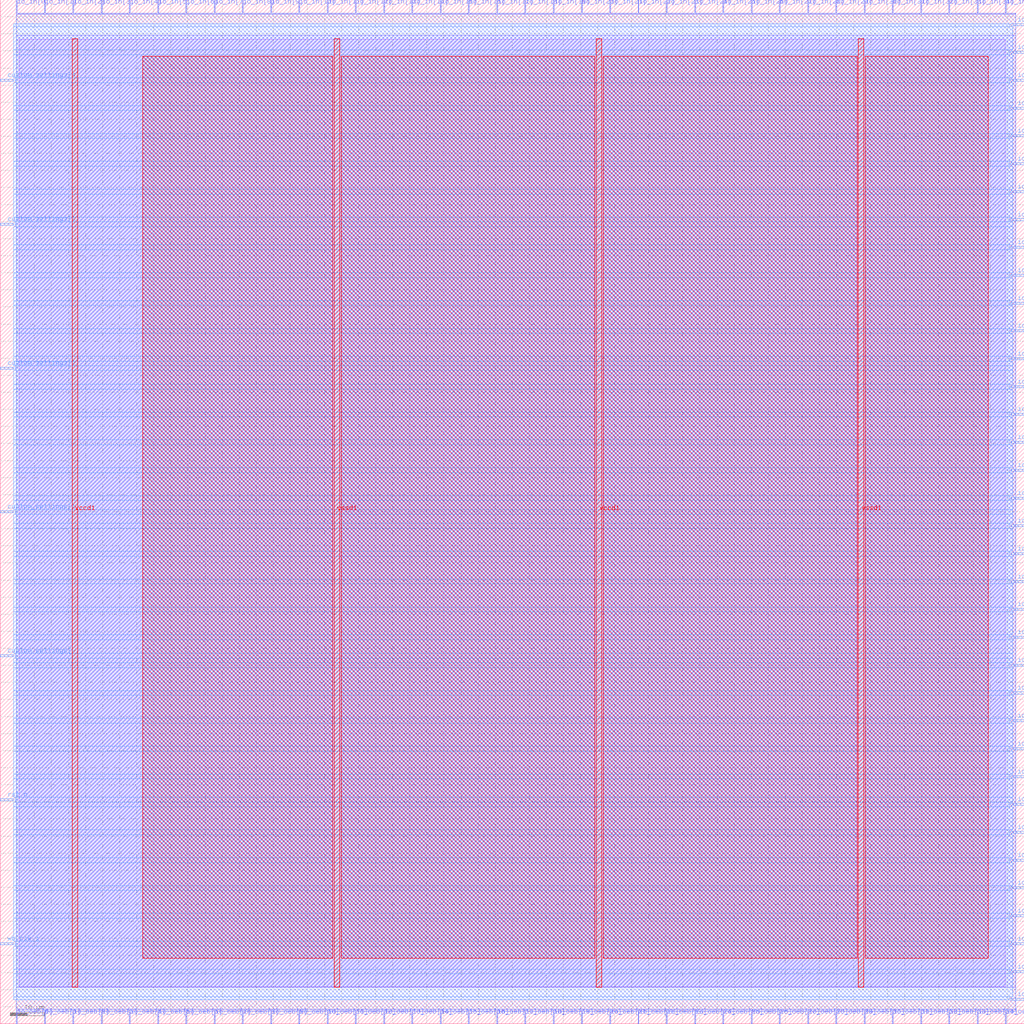
<source format=lef>
VERSION 5.7 ;
  NOWIREEXTENSIONATPIN ON ;
  DIVIDERCHAR "/" ;
  BUSBITCHARS "[]" ;
MACRO ci2406_z80
  CLASS BLOCK ;
  FOREIGN ci2406_z80 ;
  ORIGIN 0.000 0.000 ;
  SIZE 300.000 BY 300.000 ;
  PIN custom_settings[0]
    DIRECTION INPUT ;
    USE SIGNAL ;
    ANTENNAGATEAREA 0.213000 ;
    PORT
      LAYER met3 ;
        RECT 0.000 107.480 4.000 108.080 ;
    END
  END custom_settings[0]
  PIN custom_settings[1]
    DIRECTION INPUT ;
    USE SIGNAL ;
    ANTENNAGATEAREA 0.196500 ;
    PORT
      LAYER met3 ;
        RECT 0.000 149.640 4.000 150.240 ;
    END
  END custom_settings[1]
  PIN custom_settings[2]
    DIRECTION INPUT ;
    USE SIGNAL ;
    ANTENNAGATEAREA 0.196500 ;
    PORT
      LAYER met3 ;
        RECT 0.000 191.800 4.000 192.400 ;
    END
  END custom_settings[2]
  PIN custom_settings[3]
    DIRECTION INPUT ;
    USE SIGNAL ;
    ANTENNAGATEAREA 0.196500 ;
    PORT
      LAYER met3 ;
        RECT 0.000 233.960 4.000 234.560 ;
    END
  END custom_settings[3]
  PIN custom_settings[4]
    DIRECTION INPUT ;
    USE SIGNAL ;
    ANTENNAGATEAREA 0.196500 ;
    PORT
      LAYER met3 ;
        RECT 0.000 276.120 4.000 276.720 ;
    END
  END custom_settings[4]
  PIN io_in[0]
    DIRECTION INPUT ;
    USE SIGNAL ;
    PORT
      LAYER met2 ;
        RECT 4.690 296.000 4.970 300.000 ;
    END
  END io_in[0]
  PIN io_in[10]
    DIRECTION INPUT ;
    USE SIGNAL ;
    PORT
      LAYER met2 ;
        RECT 87.490 296.000 87.770 300.000 ;
    END
  END io_in[10]
  PIN io_in[11]
    DIRECTION INPUT ;
    USE SIGNAL ;
    PORT
      LAYER met2 ;
        RECT 95.770 296.000 96.050 300.000 ;
    END
  END io_in[11]
  PIN io_in[12]
    DIRECTION INPUT ;
    USE SIGNAL ;
    PORT
      LAYER met2 ;
        RECT 104.050 296.000 104.330 300.000 ;
    END
  END io_in[12]
  PIN io_in[13]
    DIRECTION INPUT ;
    USE SIGNAL ;
    PORT
      LAYER met2 ;
        RECT 112.330 296.000 112.610 300.000 ;
    END
  END io_in[13]
  PIN io_in[14]
    DIRECTION INPUT ;
    USE SIGNAL ;
    PORT
      LAYER met2 ;
        RECT 120.610 296.000 120.890 300.000 ;
    END
  END io_in[14]
  PIN io_in[15]
    DIRECTION INPUT ;
    USE SIGNAL ;
    PORT
      LAYER met2 ;
        RECT 128.890 296.000 129.170 300.000 ;
    END
  END io_in[15]
  PIN io_in[16]
    DIRECTION INPUT ;
    USE SIGNAL ;
    PORT
      LAYER met2 ;
        RECT 137.170 296.000 137.450 300.000 ;
    END
  END io_in[16]
  PIN io_in[17]
    DIRECTION INPUT ;
    USE SIGNAL ;
    PORT
      LAYER met2 ;
        RECT 145.450 296.000 145.730 300.000 ;
    END
  END io_in[17]
  PIN io_in[18]
    DIRECTION INPUT ;
    USE SIGNAL ;
    PORT
      LAYER met2 ;
        RECT 153.730 296.000 154.010 300.000 ;
    END
  END io_in[18]
  PIN io_in[19]
    DIRECTION INPUT ;
    USE SIGNAL ;
    PORT
      LAYER met2 ;
        RECT 162.010 296.000 162.290 300.000 ;
    END
  END io_in[19]
  PIN io_in[1]
    DIRECTION INPUT ;
    USE SIGNAL ;
    PORT
      LAYER met2 ;
        RECT 12.970 296.000 13.250 300.000 ;
    END
  END io_in[1]
  PIN io_in[20]
    DIRECTION INPUT ;
    USE SIGNAL ;
    PORT
      LAYER met2 ;
        RECT 170.290 296.000 170.570 300.000 ;
    END
  END io_in[20]
  PIN io_in[21]
    DIRECTION INPUT ;
    USE SIGNAL ;
    PORT
      LAYER met2 ;
        RECT 178.570 296.000 178.850 300.000 ;
    END
  END io_in[21]
  PIN io_in[22]
    DIRECTION INPUT ;
    USE SIGNAL ;
    ANTENNAGATEAREA 0.126000 ;
    PORT
      LAYER met2 ;
        RECT 186.850 296.000 187.130 300.000 ;
    END
  END io_in[22]
  PIN io_in[23]
    DIRECTION INPUT ;
    USE SIGNAL ;
    ANTENNAGATEAREA 0.196500 ;
    PORT
      LAYER met2 ;
        RECT 195.130 296.000 195.410 300.000 ;
    END
  END io_in[23]
  PIN io_in[24]
    DIRECTION INPUT ;
    USE SIGNAL ;
    ANTENNAGATEAREA 0.126000 ;
    PORT
      LAYER met2 ;
        RECT 203.410 296.000 203.690 300.000 ;
    END
  END io_in[24]
  PIN io_in[25]
    DIRECTION INPUT ;
    USE SIGNAL ;
    ANTENNAGATEAREA 0.213000 ;
    PORT
      LAYER met2 ;
        RECT 211.690 296.000 211.970 300.000 ;
    END
  END io_in[25]
  PIN io_in[26]
    DIRECTION INPUT ;
    USE SIGNAL ;
    ANTENNAGATEAREA 0.213000 ;
    PORT
      LAYER met2 ;
        RECT 219.970 296.000 220.250 300.000 ;
    END
  END io_in[26]
  PIN io_in[27]
    DIRECTION INPUT ;
    USE SIGNAL ;
    ANTENNAGATEAREA 0.213000 ;
    PORT
      LAYER met2 ;
        RECT 228.250 296.000 228.530 300.000 ;
    END
  END io_in[27]
  PIN io_in[28]
    DIRECTION INPUT ;
    USE SIGNAL ;
    ANTENNAGATEAREA 0.213000 ;
    PORT
      LAYER met2 ;
        RECT 236.530 296.000 236.810 300.000 ;
    END
  END io_in[28]
  PIN io_in[29]
    DIRECTION INPUT ;
    USE SIGNAL ;
    ANTENNAGATEAREA 0.159000 ;
    PORT
      LAYER met2 ;
        RECT 244.810 296.000 245.090 300.000 ;
    END
  END io_in[29]
  PIN io_in[2]
    DIRECTION INPUT ;
    USE SIGNAL ;
    PORT
      LAYER met2 ;
        RECT 21.250 296.000 21.530 300.000 ;
    END
  END io_in[2]
  PIN io_in[30]
    DIRECTION INPUT ;
    USE SIGNAL ;
    ANTENNAGATEAREA 0.196500 ;
    PORT
      LAYER met2 ;
        RECT 253.090 296.000 253.370 300.000 ;
    END
  END io_in[30]
  PIN io_in[31]
    DIRECTION INPUT ;
    USE SIGNAL ;
    ANTENNAGATEAREA 0.196500 ;
    PORT
      LAYER met2 ;
        RECT 261.370 296.000 261.650 300.000 ;
    END
  END io_in[31]
  PIN io_in[32]
    DIRECTION INPUT ;
    USE SIGNAL ;
    PORT
      LAYER met2 ;
        RECT 269.650 296.000 269.930 300.000 ;
    END
  END io_in[32]
  PIN io_in[33]
    DIRECTION INPUT ;
    USE SIGNAL ;
    PORT
      LAYER met2 ;
        RECT 277.930 296.000 278.210 300.000 ;
    END
  END io_in[33]
  PIN io_in[34]
    DIRECTION INPUT ;
    USE SIGNAL ;
    PORT
      LAYER met2 ;
        RECT 286.210 296.000 286.490 300.000 ;
    END
  END io_in[34]
  PIN io_in[35]
    DIRECTION INPUT ;
    USE SIGNAL ;
    ANTENNAGATEAREA 0.196500 ;
    PORT
      LAYER met2 ;
        RECT 294.490 296.000 294.770 300.000 ;
    END
  END io_in[35]
  PIN io_in[3]
    DIRECTION INPUT ;
    USE SIGNAL ;
    PORT
      LAYER met2 ;
        RECT 29.530 296.000 29.810 300.000 ;
    END
  END io_in[3]
  PIN io_in[4]
    DIRECTION INPUT ;
    USE SIGNAL ;
    ANTENNAGATEAREA 0.213000 ;
    PORT
      LAYER met2 ;
        RECT 37.810 296.000 38.090 300.000 ;
    END
  END io_in[4]
  PIN io_in[5]
    DIRECTION INPUT ;
    USE SIGNAL ;
    PORT
      LAYER met2 ;
        RECT 46.090 296.000 46.370 300.000 ;
    END
  END io_in[5]
  PIN io_in[6]
    DIRECTION INPUT ;
    USE SIGNAL ;
    PORT
      LAYER met2 ;
        RECT 54.370 296.000 54.650 300.000 ;
    END
  END io_in[6]
  PIN io_in[7]
    DIRECTION INPUT ;
    USE SIGNAL ;
    PORT
      LAYER met2 ;
        RECT 62.650 296.000 62.930 300.000 ;
    END
  END io_in[7]
  PIN io_in[8]
    DIRECTION INPUT ;
    USE SIGNAL ;
    PORT
      LAYER met2 ;
        RECT 70.930 296.000 71.210 300.000 ;
    END
  END io_in[8]
  PIN io_in[9]
    DIRECTION INPUT ;
    USE SIGNAL ;
    PORT
      LAYER met2 ;
        RECT 79.210 296.000 79.490 300.000 ;
    END
  END io_in[9]
  PIN io_oeb[0]
    DIRECTION OUTPUT TRISTATE ;
    USE SIGNAL ;
    PORT
      LAYER met2 ;
        RECT 4.690 0.000 4.970 4.000 ;
    END
  END io_oeb[0]
  PIN io_oeb[10]
    DIRECTION OUTPUT TRISTATE ;
    USE SIGNAL ;
    PORT
      LAYER met2 ;
        RECT 87.490 0.000 87.770 4.000 ;
    END
  END io_oeb[10]
  PIN io_oeb[11]
    DIRECTION OUTPUT TRISTATE ;
    USE SIGNAL ;
    PORT
      LAYER met2 ;
        RECT 95.770 0.000 96.050 4.000 ;
    END
  END io_oeb[11]
  PIN io_oeb[12]
    DIRECTION OUTPUT TRISTATE ;
    USE SIGNAL ;
    PORT
      LAYER met2 ;
        RECT 104.050 0.000 104.330 4.000 ;
    END
  END io_oeb[12]
  PIN io_oeb[13]
    DIRECTION OUTPUT TRISTATE ;
    USE SIGNAL ;
    PORT
      LAYER met2 ;
        RECT 112.330 0.000 112.610 4.000 ;
    END
  END io_oeb[13]
  PIN io_oeb[14]
    DIRECTION OUTPUT TRISTATE ;
    USE SIGNAL ;
    PORT
      LAYER met2 ;
        RECT 120.610 0.000 120.890 4.000 ;
    END
  END io_oeb[14]
  PIN io_oeb[15]
    DIRECTION OUTPUT TRISTATE ;
    USE SIGNAL ;
    PORT
      LAYER met2 ;
        RECT 128.890 0.000 129.170 4.000 ;
    END
  END io_oeb[15]
  PIN io_oeb[16]
    DIRECTION OUTPUT TRISTATE ;
    USE SIGNAL ;
    PORT
      LAYER met2 ;
        RECT 137.170 0.000 137.450 4.000 ;
    END
  END io_oeb[16]
  PIN io_oeb[17]
    DIRECTION OUTPUT TRISTATE ;
    USE SIGNAL ;
    PORT
      LAYER met2 ;
        RECT 145.450 0.000 145.730 4.000 ;
    END
  END io_oeb[17]
  PIN io_oeb[18]
    DIRECTION OUTPUT TRISTATE ;
    USE SIGNAL ;
    PORT
      LAYER met2 ;
        RECT 153.730 0.000 154.010 4.000 ;
    END
  END io_oeb[18]
  PIN io_oeb[19]
    DIRECTION OUTPUT TRISTATE ;
    USE SIGNAL ;
    PORT
      LAYER met2 ;
        RECT 162.010 0.000 162.290 4.000 ;
    END
  END io_oeb[19]
  PIN io_oeb[1]
    DIRECTION OUTPUT TRISTATE ;
    USE SIGNAL ;
    PORT
      LAYER met2 ;
        RECT 12.970 0.000 13.250 4.000 ;
    END
  END io_oeb[1]
  PIN io_oeb[20]
    DIRECTION OUTPUT TRISTATE ;
    USE SIGNAL ;
    PORT
      LAYER met2 ;
        RECT 170.290 0.000 170.570 4.000 ;
    END
  END io_oeb[20]
  PIN io_oeb[21]
    DIRECTION OUTPUT TRISTATE ;
    USE SIGNAL ;
    PORT
      LAYER met2 ;
        RECT 178.570 0.000 178.850 4.000 ;
    END
  END io_oeb[21]
  PIN io_oeb[22]
    DIRECTION OUTPUT TRISTATE ;
    USE SIGNAL ;
    ANTENNADIFFAREA 2.673000 ;
    PORT
      LAYER met2 ;
        RECT 186.850 0.000 187.130 4.000 ;
    END
  END io_oeb[22]
  PIN io_oeb[23]
    DIRECTION OUTPUT TRISTATE ;
    USE SIGNAL ;
    ANTENNADIFFAREA 2.673000 ;
    PORT
      LAYER met2 ;
        RECT 195.130 0.000 195.410 4.000 ;
    END
  END io_oeb[23]
  PIN io_oeb[24]
    DIRECTION OUTPUT TRISTATE ;
    USE SIGNAL ;
    ANTENNADIFFAREA 2.673000 ;
    PORT
      LAYER met2 ;
        RECT 203.410 0.000 203.690 4.000 ;
    END
  END io_oeb[24]
  PIN io_oeb[25]
    DIRECTION OUTPUT TRISTATE ;
    USE SIGNAL ;
    ANTENNADIFFAREA 2.673000 ;
    PORT
      LAYER met2 ;
        RECT 211.690 0.000 211.970 4.000 ;
    END
  END io_oeb[25]
  PIN io_oeb[26]
    DIRECTION OUTPUT TRISTATE ;
    USE SIGNAL ;
    ANTENNADIFFAREA 2.673000 ;
    PORT
      LAYER met2 ;
        RECT 219.970 0.000 220.250 4.000 ;
    END
  END io_oeb[26]
  PIN io_oeb[27]
    DIRECTION OUTPUT TRISTATE ;
    USE SIGNAL ;
    ANTENNADIFFAREA 2.673000 ;
    PORT
      LAYER met2 ;
        RECT 228.250 0.000 228.530 4.000 ;
    END
  END io_oeb[27]
  PIN io_oeb[28]
    DIRECTION OUTPUT TRISTATE ;
    USE SIGNAL ;
    ANTENNADIFFAREA 2.673000 ;
    PORT
      LAYER met2 ;
        RECT 236.530 0.000 236.810 4.000 ;
    END
  END io_oeb[28]
  PIN io_oeb[29]
    DIRECTION OUTPUT TRISTATE ;
    USE SIGNAL ;
    ANTENNADIFFAREA 2.673000 ;
    PORT
      LAYER met2 ;
        RECT 244.810 0.000 245.090 4.000 ;
    END
  END io_oeb[29]
  PIN io_oeb[2]
    DIRECTION OUTPUT TRISTATE ;
    USE SIGNAL ;
    PORT
      LAYER met2 ;
        RECT 21.250 0.000 21.530 4.000 ;
    END
  END io_oeb[2]
  PIN io_oeb[30]
    DIRECTION OUTPUT TRISTATE ;
    USE SIGNAL ;
    PORT
      LAYER met2 ;
        RECT 253.090 0.000 253.370 4.000 ;
    END
  END io_oeb[30]
  PIN io_oeb[31]
    DIRECTION OUTPUT TRISTATE ;
    USE SIGNAL ;
    PORT
      LAYER met2 ;
        RECT 261.370 0.000 261.650 4.000 ;
    END
  END io_oeb[31]
  PIN io_oeb[32]
    DIRECTION OUTPUT TRISTATE ;
    USE SIGNAL ;
    PORT
      LAYER met2 ;
        RECT 269.650 0.000 269.930 4.000 ;
    END
  END io_oeb[32]
  PIN io_oeb[33]
    DIRECTION OUTPUT TRISTATE ;
    USE SIGNAL ;
    PORT
      LAYER met2 ;
        RECT 277.930 0.000 278.210 4.000 ;
    END
  END io_oeb[33]
  PIN io_oeb[34]
    DIRECTION OUTPUT TRISTATE ;
    USE SIGNAL ;
    PORT
      LAYER met2 ;
        RECT 286.210 0.000 286.490 4.000 ;
    END
  END io_oeb[34]
  PIN io_oeb[35]
    DIRECTION OUTPUT TRISTATE ;
    USE SIGNAL ;
    PORT
      LAYER met2 ;
        RECT 294.490 0.000 294.770 4.000 ;
    END
  END io_oeb[35]
  PIN io_oeb[3]
    DIRECTION OUTPUT TRISTATE ;
    USE SIGNAL ;
    PORT
      LAYER met2 ;
        RECT 29.530 0.000 29.810 4.000 ;
    END
  END io_oeb[3]
  PIN io_oeb[4]
    DIRECTION OUTPUT TRISTATE ;
    USE SIGNAL ;
    PORT
      LAYER met2 ;
        RECT 37.810 0.000 38.090 4.000 ;
    END
  END io_oeb[4]
  PIN io_oeb[5]
    DIRECTION OUTPUT TRISTATE ;
    USE SIGNAL ;
    PORT
      LAYER met2 ;
        RECT 46.090 0.000 46.370 4.000 ;
    END
  END io_oeb[5]
  PIN io_oeb[6]
    DIRECTION OUTPUT TRISTATE ;
    USE SIGNAL ;
    PORT
      LAYER met2 ;
        RECT 54.370 0.000 54.650 4.000 ;
    END
  END io_oeb[6]
  PIN io_oeb[7]
    DIRECTION OUTPUT TRISTATE ;
    USE SIGNAL ;
    PORT
      LAYER met2 ;
        RECT 62.650 0.000 62.930 4.000 ;
    END
  END io_oeb[7]
  PIN io_oeb[8]
    DIRECTION OUTPUT TRISTATE ;
    USE SIGNAL ;
    PORT
      LAYER met2 ;
        RECT 70.930 0.000 71.210 4.000 ;
    END
  END io_oeb[8]
  PIN io_oeb[9]
    DIRECTION OUTPUT TRISTATE ;
    USE SIGNAL ;
    PORT
      LAYER met2 ;
        RECT 79.210 0.000 79.490 4.000 ;
    END
  END io_oeb[9]
  PIN io_out[0]
    DIRECTION OUTPUT TRISTATE ;
    USE SIGNAL ;
    ANTENNADIFFAREA 2.673000 ;
    PORT
      LAYER met3 ;
        RECT 296.000 6.840 300.000 7.440 ;
    END
  END io_out[0]
  PIN io_out[10]
    DIRECTION OUTPUT TRISTATE ;
    USE SIGNAL ;
    ANTENNADIFFAREA 2.673000 ;
    PORT
      LAYER met3 ;
        RECT 296.000 88.440 300.000 89.040 ;
    END
  END io_out[10]
  PIN io_out[11]
    DIRECTION OUTPUT TRISTATE ;
    USE SIGNAL ;
    ANTENNADIFFAREA 2.673000 ;
    PORT
      LAYER met3 ;
        RECT 296.000 96.600 300.000 97.200 ;
    END
  END io_out[11]
  PIN io_out[12]
    DIRECTION OUTPUT TRISTATE ;
    USE SIGNAL ;
    ANTENNADIFFAREA 2.673000 ;
    PORT
      LAYER met3 ;
        RECT 296.000 104.760 300.000 105.360 ;
    END
  END io_out[12]
  PIN io_out[13]
    DIRECTION OUTPUT TRISTATE ;
    USE SIGNAL ;
    ANTENNADIFFAREA 2.673000 ;
    PORT
      LAYER met3 ;
        RECT 296.000 112.920 300.000 113.520 ;
    END
  END io_out[13]
  PIN io_out[14]
    DIRECTION OUTPUT TRISTATE ;
    USE SIGNAL ;
    ANTENNADIFFAREA 2.673000 ;
    PORT
      LAYER met3 ;
        RECT 296.000 121.080 300.000 121.680 ;
    END
  END io_out[14]
  PIN io_out[15]
    DIRECTION OUTPUT TRISTATE ;
    USE SIGNAL ;
    ANTENNADIFFAREA 2.673000 ;
    PORT
      LAYER met3 ;
        RECT 296.000 129.240 300.000 129.840 ;
    END
  END io_out[15]
  PIN io_out[16]
    DIRECTION OUTPUT TRISTATE ;
    USE SIGNAL ;
    ANTENNADIFFAREA 2.673000 ;
    PORT
      LAYER met3 ;
        RECT 296.000 137.400 300.000 138.000 ;
    END
  END io_out[16]
  PIN io_out[17]
    DIRECTION OUTPUT TRISTATE ;
    USE SIGNAL ;
    ANTENNADIFFAREA 2.673000 ;
    PORT
      LAYER met3 ;
        RECT 296.000 145.560 300.000 146.160 ;
    END
  END io_out[17]
  PIN io_out[18]
    DIRECTION OUTPUT TRISTATE ;
    USE SIGNAL ;
    ANTENNADIFFAREA 2.673000 ;
    PORT
      LAYER met3 ;
        RECT 296.000 153.720 300.000 154.320 ;
    END
  END io_out[18]
  PIN io_out[19]
    DIRECTION OUTPUT TRISTATE ;
    USE SIGNAL ;
    ANTENNADIFFAREA 2.673000 ;
    PORT
      LAYER met3 ;
        RECT 296.000 161.880 300.000 162.480 ;
    END
  END io_out[19]
  PIN io_out[1]
    DIRECTION OUTPUT TRISTATE ;
    USE SIGNAL ;
    ANTENNADIFFAREA 2.673000 ;
    PORT
      LAYER met3 ;
        RECT 296.000 15.000 300.000 15.600 ;
    END
  END io_out[1]
  PIN io_out[20]
    DIRECTION OUTPUT TRISTATE ;
    USE SIGNAL ;
    ANTENNADIFFAREA 2.673000 ;
    PORT
      LAYER met3 ;
        RECT 296.000 170.040 300.000 170.640 ;
    END
  END io_out[20]
  PIN io_out[21]
    DIRECTION OUTPUT TRISTATE ;
    USE SIGNAL ;
    ANTENNADIFFAREA 2.673000 ;
    PORT
      LAYER met3 ;
        RECT 296.000 178.200 300.000 178.800 ;
    END
  END io_out[21]
  PIN io_out[22]
    DIRECTION OUTPUT TRISTATE ;
    USE SIGNAL ;
    ANTENNADIFFAREA 2.673000 ;
    PORT
      LAYER met3 ;
        RECT 296.000 186.360 300.000 186.960 ;
    END
  END io_out[22]
  PIN io_out[23]
    DIRECTION OUTPUT TRISTATE ;
    USE SIGNAL ;
    ANTENNADIFFAREA 2.673000 ;
    PORT
      LAYER met3 ;
        RECT 296.000 194.520 300.000 195.120 ;
    END
  END io_out[23]
  PIN io_out[24]
    DIRECTION OUTPUT TRISTATE ;
    USE SIGNAL ;
    ANTENNADIFFAREA 2.673000 ;
    PORT
      LAYER met3 ;
        RECT 296.000 202.680 300.000 203.280 ;
    END
  END io_out[24]
  PIN io_out[25]
    DIRECTION OUTPUT TRISTATE ;
    USE SIGNAL ;
    ANTENNADIFFAREA 2.673000 ;
    PORT
      LAYER met3 ;
        RECT 296.000 210.840 300.000 211.440 ;
    END
  END io_out[25]
  PIN io_out[26]
    DIRECTION OUTPUT TRISTATE ;
    USE SIGNAL ;
    ANTENNADIFFAREA 2.673000 ;
    PORT
      LAYER met3 ;
        RECT 296.000 219.000 300.000 219.600 ;
    END
  END io_out[26]
  PIN io_out[27]
    DIRECTION OUTPUT TRISTATE ;
    USE SIGNAL ;
    ANTENNADIFFAREA 2.673000 ;
    PORT
      LAYER met3 ;
        RECT 296.000 227.160 300.000 227.760 ;
    END
  END io_out[27]
  PIN io_out[28]
    DIRECTION OUTPUT TRISTATE ;
    USE SIGNAL ;
    ANTENNADIFFAREA 2.673000 ;
    PORT
      LAYER met3 ;
        RECT 296.000 235.320 300.000 235.920 ;
    END
  END io_out[28]
  PIN io_out[29]
    DIRECTION OUTPUT TRISTATE ;
    USE SIGNAL ;
    ANTENNADIFFAREA 2.673000 ;
    PORT
      LAYER met3 ;
        RECT 296.000 243.480 300.000 244.080 ;
    END
  END io_out[29]
  PIN io_out[2]
    DIRECTION OUTPUT TRISTATE ;
    USE SIGNAL ;
    ANTENNADIFFAREA 2.673000 ;
    PORT
      LAYER met3 ;
        RECT 296.000 23.160 300.000 23.760 ;
    END
  END io_out[2]
  PIN io_out[30]
    DIRECTION OUTPUT TRISTATE ;
    USE SIGNAL ;
    PORT
      LAYER met3 ;
        RECT 296.000 251.640 300.000 252.240 ;
    END
  END io_out[30]
  PIN io_out[31]
    DIRECTION OUTPUT TRISTATE ;
    USE SIGNAL ;
    PORT
      LAYER met3 ;
        RECT 296.000 259.800 300.000 260.400 ;
    END
  END io_out[31]
  PIN io_out[32]
    DIRECTION OUTPUT TRISTATE ;
    USE SIGNAL ;
    ANTENNADIFFAREA 2.673000 ;
    PORT
      LAYER met3 ;
        RECT 296.000 267.960 300.000 268.560 ;
    END
  END io_out[32]
  PIN io_out[33]
    DIRECTION OUTPUT TRISTATE ;
    USE SIGNAL ;
    ANTENNADIFFAREA 2.673000 ;
    PORT
      LAYER met3 ;
        RECT 296.000 276.120 300.000 276.720 ;
    END
  END io_out[33]
  PIN io_out[34]
    DIRECTION OUTPUT TRISTATE ;
    USE SIGNAL ;
    ANTENNADIFFAREA 2.673000 ;
    PORT
      LAYER met3 ;
        RECT 296.000 284.280 300.000 284.880 ;
    END
  END io_out[34]
  PIN io_out[35]
    DIRECTION OUTPUT TRISTATE ;
    USE SIGNAL ;
    PORT
      LAYER met3 ;
        RECT 296.000 292.440 300.000 293.040 ;
    END
  END io_out[35]
  PIN io_out[3]
    DIRECTION OUTPUT TRISTATE ;
    USE SIGNAL ;
    ANTENNADIFFAREA 2.673000 ;
    PORT
      LAYER met3 ;
        RECT 296.000 31.320 300.000 31.920 ;
    END
  END io_out[3]
  PIN io_out[4]
    DIRECTION OUTPUT TRISTATE ;
    USE SIGNAL ;
    PORT
      LAYER met3 ;
        RECT 296.000 39.480 300.000 40.080 ;
    END
  END io_out[4]
  PIN io_out[5]
    DIRECTION OUTPUT TRISTATE ;
    USE SIGNAL ;
    ANTENNADIFFAREA 2.673000 ;
    PORT
      LAYER met3 ;
        RECT 296.000 47.640 300.000 48.240 ;
    END
  END io_out[5]
  PIN io_out[6]
    DIRECTION OUTPUT TRISTATE ;
    USE SIGNAL ;
    ANTENNADIFFAREA 2.673000 ;
    PORT
      LAYER met3 ;
        RECT 296.000 55.800 300.000 56.400 ;
    END
  END io_out[6]
  PIN io_out[7]
    DIRECTION OUTPUT TRISTATE ;
    USE SIGNAL ;
    ANTENNADIFFAREA 2.673000 ;
    PORT
      LAYER met3 ;
        RECT 296.000 63.960 300.000 64.560 ;
    END
  END io_out[7]
  PIN io_out[8]
    DIRECTION OUTPUT TRISTATE ;
    USE SIGNAL ;
    ANTENNADIFFAREA 2.673000 ;
    PORT
      LAYER met3 ;
        RECT 296.000 72.120 300.000 72.720 ;
    END
  END io_out[8]
  PIN io_out[9]
    DIRECTION OUTPUT TRISTATE ;
    USE SIGNAL ;
    ANTENNADIFFAREA 2.673000 ;
    PORT
      LAYER met3 ;
        RECT 296.000 80.280 300.000 80.880 ;
    END
  END io_out[9]
  PIN rst_n
    DIRECTION INPUT ;
    USE SIGNAL ;
    ANTENNAGATEAREA 0.213000 ;
    PORT
      LAYER met3 ;
        RECT 0.000 65.320 4.000 65.920 ;
    END
  END rst_n
  PIN vccd1
    DIRECTION INOUT ;
    USE POWER ;
    PORT
      LAYER met4 ;
        RECT 21.040 10.640 22.640 288.560 ;
    END
    PORT
      LAYER met4 ;
        RECT 174.640 10.640 176.240 288.560 ;
    END
  END vccd1
  PIN vssd1
    DIRECTION INOUT ;
    USE GROUND ;
    PORT
      LAYER met4 ;
        RECT 97.840 10.640 99.440 288.560 ;
    END
    PORT
      LAYER met4 ;
        RECT 251.440 10.640 253.040 288.560 ;
    END
  END vssd1
  PIN wb_clk_i
    DIRECTION INPUT ;
    USE SIGNAL ;
    ANTENNAGATEAREA 0.852000 ;
    PORT
      LAYER met3 ;
        RECT 0.000 23.160 4.000 23.760 ;
    END
  END wb_clk_i
  OBS
      LAYER li1 ;
        RECT 5.520 10.795 294.400 288.405 ;
      LAYER met1 ;
        RECT 4.670 10.640 297.550 289.640 ;
      LAYER met2 ;
        RECT 5.250 295.720 12.690 296.000 ;
        RECT 13.530 295.720 20.970 296.000 ;
        RECT 21.810 295.720 29.250 296.000 ;
        RECT 30.090 295.720 37.530 296.000 ;
        RECT 38.370 295.720 45.810 296.000 ;
        RECT 46.650 295.720 54.090 296.000 ;
        RECT 54.930 295.720 62.370 296.000 ;
        RECT 63.210 295.720 70.650 296.000 ;
        RECT 71.490 295.720 78.930 296.000 ;
        RECT 79.770 295.720 87.210 296.000 ;
        RECT 88.050 295.720 95.490 296.000 ;
        RECT 96.330 295.720 103.770 296.000 ;
        RECT 104.610 295.720 112.050 296.000 ;
        RECT 112.890 295.720 120.330 296.000 ;
        RECT 121.170 295.720 128.610 296.000 ;
        RECT 129.450 295.720 136.890 296.000 ;
        RECT 137.730 295.720 145.170 296.000 ;
        RECT 146.010 295.720 153.450 296.000 ;
        RECT 154.290 295.720 161.730 296.000 ;
        RECT 162.570 295.720 170.010 296.000 ;
        RECT 170.850 295.720 178.290 296.000 ;
        RECT 179.130 295.720 186.570 296.000 ;
        RECT 187.410 295.720 194.850 296.000 ;
        RECT 195.690 295.720 203.130 296.000 ;
        RECT 203.970 295.720 211.410 296.000 ;
        RECT 212.250 295.720 219.690 296.000 ;
        RECT 220.530 295.720 227.970 296.000 ;
        RECT 228.810 295.720 236.250 296.000 ;
        RECT 237.090 295.720 244.530 296.000 ;
        RECT 245.370 295.720 252.810 296.000 ;
        RECT 253.650 295.720 261.090 296.000 ;
        RECT 261.930 295.720 269.370 296.000 ;
        RECT 270.210 295.720 277.650 296.000 ;
        RECT 278.490 295.720 285.930 296.000 ;
        RECT 286.770 295.720 294.210 296.000 ;
        RECT 295.050 295.720 297.520 296.000 ;
        RECT 4.690 4.280 297.520 295.720 ;
        RECT 5.250 3.670 12.690 4.280 ;
        RECT 13.530 3.670 20.970 4.280 ;
        RECT 21.810 3.670 29.250 4.280 ;
        RECT 30.090 3.670 37.530 4.280 ;
        RECT 38.370 3.670 45.810 4.280 ;
        RECT 46.650 3.670 54.090 4.280 ;
        RECT 54.930 3.670 62.370 4.280 ;
        RECT 63.210 3.670 70.650 4.280 ;
        RECT 71.490 3.670 78.930 4.280 ;
        RECT 79.770 3.670 87.210 4.280 ;
        RECT 88.050 3.670 95.490 4.280 ;
        RECT 96.330 3.670 103.770 4.280 ;
        RECT 104.610 3.670 112.050 4.280 ;
        RECT 112.890 3.670 120.330 4.280 ;
        RECT 121.170 3.670 128.610 4.280 ;
        RECT 129.450 3.670 136.890 4.280 ;
        RECT 137.730 3.670 145.170 4.280 ;
        RECT 146.010 3.670 153.450 4.280 ;
        RECT 154.290 3.670 161.730 4.280 ;
        RECT 162.570 3.670 170.010 4.280 ;
        RECT 170.850 3.670 178.290 4.280 ;
        RECT 179.130 3.670 186.570 4.280 ;
        RECT 187.410 3.670 194.850 4.280 ;
        RECT 195.690 3.670 203.130 4.280 ;
        RECT 203.970 3.670 211.410 4.280 ;
        RECT 212.250 3.670 219.690 4.280 ;
        RECT 220.530 3.670 227.970 4.280 ;
        RECT 228.810 3.670 236.250 4.280 ;
        RECT 237.090 3.670 244.530 4.280 ;
        RECT 245.370 3.670 252.810 4.280 ;
        RECT 253.650 3.670 261.090 4.280 ;
        RECT 261.930 3.670 269.370 4.280 ;
        RECT 270.210 3.670 277.650 4.280 ;
        RECT 278.490 3.670 285.930 4.280 ;
        RECT 286.770 3.670 294.210 4.280 ;
        RECT 295.050 3.670 297.520 4.280 ;
      LAYER met3 ;
        RECT 3.990 292.040 295.600 292.905 ;
        RECT 3.990 285.280 296.635 292.040 ;
        RECT 3.990 283.880 295.600 285.280 ;
        RECT 3.990 277.120 296.635 283.880 ;
        RECT 4.400 275.720 295.600 277.120 ;
        RECT 3.990 268.960 296.635 275.720 ;
        RECT 3.990 267.560 295.600 268.960 ;
        RECT 3.990 260.800 296.635 267.560 ;
        RECT 3.990 259.400 295.600 260.800 ;
        RECT 3.990 252.640 296.635 259.400 ;
        RECT 3.990 251.240 295.600 252.640 ;
        RECT 3.990 244.480 296.635 251.240 ;
        RECT 3.990 243.080 295.600 244.480 ;
        RECT 3.990 236.320 296.635 243.080 ;
        RECT 3.990 234.960 295.600 236.320 ;
        RECT 4.400 234.920 295.600 234.960 ;
        RECT 4.400 233.560 296.635 234.920 ;
        RECT 3.990 228.160 296.635 233.560 ;
        RECT 3.990 226.760 295.600 228.160 ;
        RECT 3.990 220.000 296.635 226.760 ;
        RECT 3.990 218.600 295.600 220.000 ;
        RECT 3.990 211.840 296.635 218.600 ;
        RECT 3.990 210.440 295.600 211.840 ;
        RECT 3.990 203.680 296.635 210.440 ;
        RECT 3.990 202.280 295.600 203.680 ;
        RECT 3.990 195.520 296.635 202.280 ;
        RECT 3.990 194.120 295.600 195.520 ;
        RECT 3.990 192.800 296.635 194.120 ;
        RECT 4.400 191.400 296.635 192.800 ;
        RECT 3.990 187.360 296.635 191.400 ;
        RECT 3.990 185.960 295.600 187.360 ;
        RECT 3.990 179.200 296.635 185.960 ;
        RECT 3.990 177.800 295.600 179.200 ;
        RECT 3.990 171.040 296.635 177.800 ;
        RECT 3.990 169.640 295.600 171.040 ;
        RECT 3.990 162.880 296.635 169.640 ;
        RECT 3.990 161.480 295.600 162.880 ;
        RECT 3.990 154.720 296.635 161.480 ;
        RECT 3.990 153.320 295.600 154.720 ;
        RECT 3.990 150.640 296.635 153.320 ;
        RECT 4.400 149.240 296.635 150.640 ;
        RECT 3.990 146.560 296.635 149.240 ;
        RECT 3.990 145.160 295.600 146.560 ;
        RECT 3.990 138.400 296.635 145.160 ;
        RECT 3.990 137.000 295.600 138.400 ;
        RECT 3.990 130.240 296.635 137.000 ;
        RECT 3.990 128.840 295.600 130.240 ;
        RECT 3.990 122.080 296.635 128.840 ;
        RECT 3.990 120.680 295.600 122.080 ;
        RECT 3.990 113.920 296.635 120.680 ;
        RECT 3.990 112.520 295.600 113.920 ;
        RECT 3.990 108.480 296.635 112.520 ;
        RECT 4.400 107.080 296.635 108.480 ;
        RECT 3.990 105.760 296.635 107.080 ;
        RECT 3.990 104.360 295.600 105.760 ;
        RECT 3.990 97.600 296.635 104.360 ;
        RECT 3.990 96.200 295.600 97.600 ;
        RECT 3.990 89.440 296.635 96.200 ;
        RECT 3.990 88.040 295.600 89.440 ;
        RECT 3.990 81.280 296.635 88.040 ;
        RECT 3.990 79.880 295.600 81.280 ;
        RECT 3.990 73.120 296.635 79.880 ;
        RECT 3.990 71.720 295.600 73.120 ;
        RECT 3.990 66.320 296.635 71.720 ;
        RECT 4.400 64.960 296.635 66.320 ;
        RECT 4.400 64.920 295.600 64.960 ;
        RECT 3.990 63.560 295.600 64.920 ;
        RECT 3.990 56.800 296.635 63.560 ;
        RECT 3.990 55.400 295.600 56.800 ;
        RECT 3.990 48.640 296.635 55.400 ;
        RECT 3.990 47.240 295.600 48.640 ;
        RECT 3.990 40.480 296.635 47.240 ;
        RECT 3.990 39.080 295.600 40.480 ;
        RECT 3.990 32.320 296.635 39.080 ;
        RECT 3.990 30.920 295.600 32.320 ;
        RECT 3.990 24.160 296.635 30.920 ;
        RECT 4.400 22.760 295.600 24.160 ;
        RECT 3.990 16.000 296.635 22.760 ;
        RECT 3.990 14.600 295.600 16.000 ;
        RECT 3.990 7.840 296.635 14.600 ;
        RECT 3.990 6.975 295.600 7.840 ;
      LAYER met4 ;
        RECT 41.695 19.215 97.440 283.385 ;
        RECT 99.840 19.215 174.240 283.385 ;
        RECT 176.640 19.215 251.040 283.385 ;
        RECT 253.440 19.215 289.505 283.385 ;
  END
END ci2406_z80
END LIBRARY


</source>
